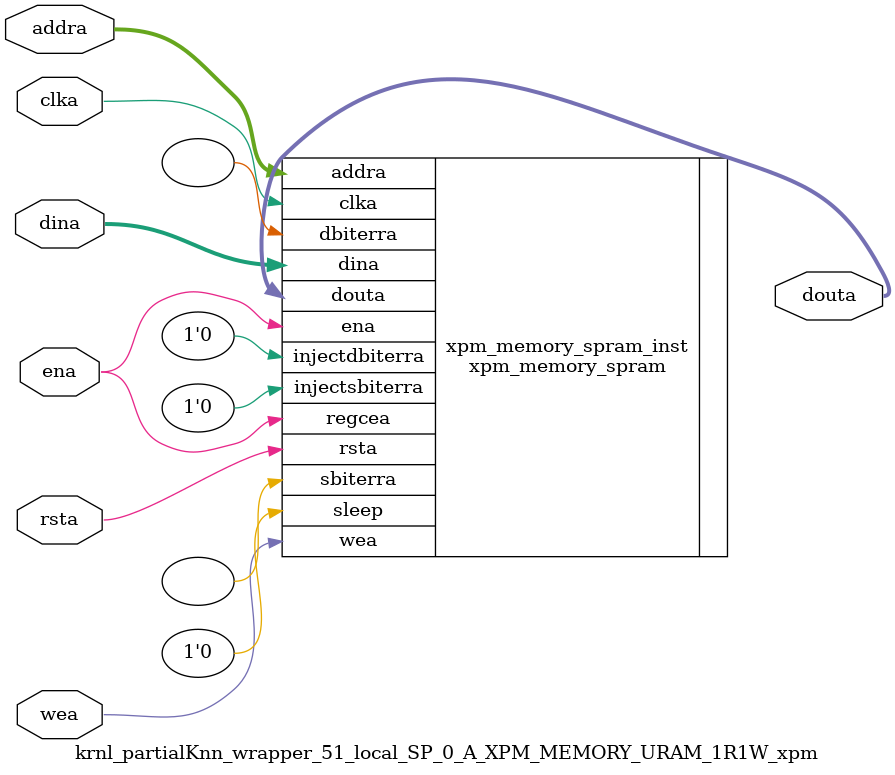
<source format=v>
`timescale 1 ns / 1 ps
module krnl_partialKnn_wrapper_51_local_SP_0_A_XPM_MEMORY_URAM_1R1W_xpm # (
  // Common module parameters
  parameter integer                 MEMORY_SIZE        = 524288,
  parameter                         MEMORY_PRIMITIVE   = "ultra",
  parameter                         ECC_MODE           = "no_ecc",
  parameter                         MEMORY_INIT_FILE   = "none",
  parameter                         WAKEUP_TIME        = "disable_sleep",
  parameter integer                 MESSAGE_CONTROL    = 0,
  // Port A module parameters
  parameter integer                 WRITE_DATA_WIDTH_A = 256,
  parameter integer                 READ_DATA_WIDTH_A  = WRITE_DATA_WIDTH_A,
  parameter integer                 BYTE_WRITE_WIDTH_A = WRITE_DATA_WIDTH_A,
  parameter integer                 ADDR_WIDTH_A       = 11,
  parameter                         READ_RESET_VALUE_A = "0",
  parameter integer                 READ_LATENCY_A     = 1,
  parameter                         WRITE_MODE_A       = "read_first"
) (
  // Port A module ports
  input  wire                                               clka,
  input  wire                                               rsta,
  input  wire                                               ena,
  input  wire [(WRITE_DATA_WIDTH_A/BYTE_WRITE_WIDTH_A)-1:0] wea,
  input  wire [ADDR_WIDTH_A-1:0]                            addra,
  input  wire [WRITE_DATA_WIDTH_A-1:0]                      dina,
  output wire [READ_DATA_WIDTH_A-1:0]                       douta
);
// Set parameter values and connect ports to instantiate an XPM_MEMORY single port RAM configuration
xpm_memory_spram # (
  // Common module parameters
  .MEMORY_SIZE        (MEMORY_SIZE),   //positive integer
  .MEMORY_PRIMITIVE   (MEMORY_PRIMITIVE),      //string; "auto", "distributed", "block" or "ultra";
  .ECC_MODE           (ECC_MODE),      //do not change
  .MEMORY_INIT_FILE   (MEMORY_INIT_FILE), //string; "none" or "<filename>.mem" 
  .MEMORY_INIT_PARAM  (""), //string;
  .WAKEUP_TIME        (WAKEUP_TIME),      //string; "disable_sleep" or "use_sleep_pin"
  .MESSAGE_CONTROL    (MESSAGE_CONTROL),      //do not change
  // Port A module parameters
  .WRITE_DATA_WIDTH_A (WRITE_DATA_WIDTH_A),     //positive integer
  .READ_DATA_WIDTH_A  (READ_DATA_WIDTH_A),     //positive integer
  .BYTE_WRITE_WIDTH_A (BYTE_WRITE_WIDTH_A),     //integer; 8, 9, or WRITE_DATA_WIDTH_A value
  .ADDR_WIDTH_A       (ADDR_WIDTH_A),      //positive integer
  .READ_RESET_VALUE_A (READ_RESET_VALUE_A),  //string
  .READ_LATENCY_A     (READ_LATENCY_A),      //non-negative integer
  .WRITE_MODE_A       (WRITE_MODE_A)       //string; "write_first", "read_first", "no_change"
) xpm_memory_spram_inst (
  // Common module ports
  .sleep          (1'b0),  //do not change
  // Port A module ports
  .clka           (clka),
  .rsta           (rsta),
  .ena            (ena),
  .regcea         (ena),
  .wea            (wea),
  .addra          (addra),
  .dina           (dina),
  .injectsbiterra (1'b0),  //do not change
  .injectdbiterra (1'b0),  //do not change
  .douta          (douta),
  .sbiterra       (),      //do not change
  .dbiterra       ()       //do not change
);
endmodule
</source>
